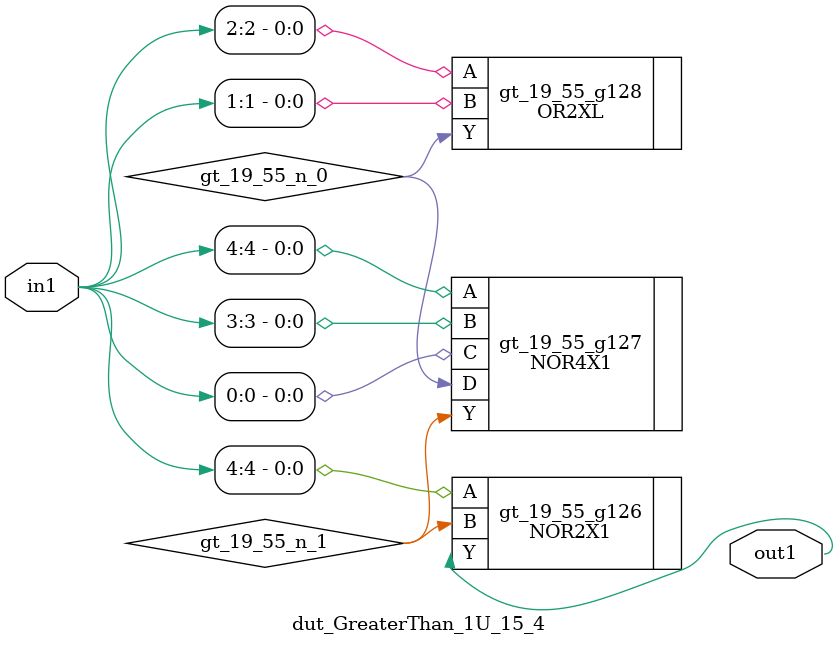
<source format=v>
`timescale 1ps / 1ps


module dut_GreaterThan_1U_15_4(in1, out1);
  input [4:0] in1;
  output out1;
  wire [4:0] in1;
  wire out1;
  wire gt_19_55_n_0, gt_19_55_n_1;
  NOR2X1 gt_19_55_g126(.A (in1[4]), .B (gt_19_55_n_1), .Y (out1));
  NOR4X1 gt_19_55_g127(.A (in1[4]), .B (in1[3]), .C (in1[0]), .D
       (gt_19_55_n_0), .Y (gt_19_55_n_1));
  OR2XL gt_19_55_g128(.A (in1[2]), .B (in1[1]), .Y (gt_19_55_n_0));
endmodule



</source>
